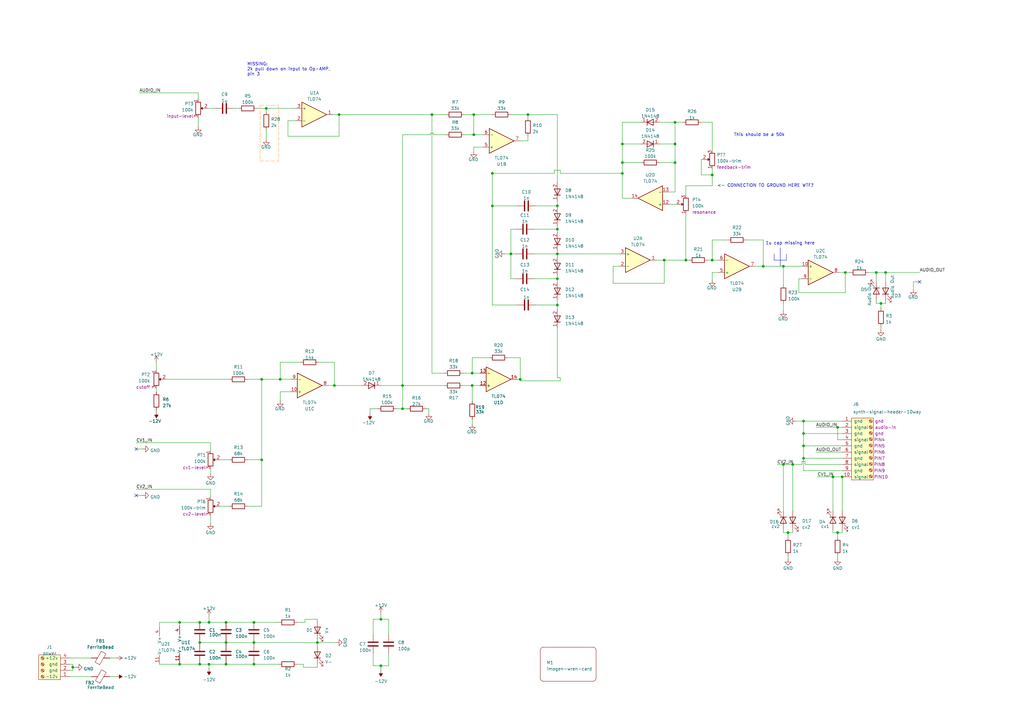
<source format=kicad_sch>
(kicad_sch (version 20250114) (generator "eeschema") (generator_version "9.0")
  (paper "A3")
  (rectangle (start 106.68 43.18) (end 114.3 66.04) (stroke (width 0) (type dash) (color 255 157 43 1)))
  (text "This should be a 50k" (at 311.404 55.372 0) (effects (font (size 1.27 1.27))))
  (text "<- CONNECTION TO GROUND HERE WTF?" (at 313.944 76.2 0) (effects (font (size 1.27 1.27))))
  (text "1u cap missing here" (at 324.104 99.822 0) (effects (font (size 1.27 1.27))))
  (text "MISSING:\n2k pull down on input to Op-AMP,\npin 3" (at 101.346 28.448 0) (effects (font (size 1.27 1.27)) (justify left)))
  (junction (at 329.565 172.72))
  (junction (at 329.565 182.88))
  (junction (at 139.065 46.99))
  (junction (at 177.165 46.99))
  (junction (at 325.12 190.5))
  (junction (at 156.21 273.05))
  (junction (at 73.66 255.27))
  (junction (at 341.63 195.58))
  (junction (at 272.415 106.68))
  (junction (at 281.305 106.68))
  (junction (at 104.14 263.525))
  (junction (at 193.675 153.035))
  (junction (at 346.71 111.76))
  (junction (at 156.21 254))
  (junction (at 228.6 114.3))
  (junction (at 85.725 255.27))
  (junction (at 81.915 272.415))
  (junction (at 363.22 111.76))
  (junction (at 359.41 111.76))
  (junction (at 73.66 272.415))
  (junction (at 165.1 167.64))
  (junction (at 228.6 93.98))
  (junction (at 321.31 109.22))
  (junction (at 114.935 155.575))
  (junction (at 276.86 50.165))
  (junction (at 81.915 255.27))
  (junction (at 109.22 44.45))
  (junction (at 213.36 155.575))
  (junction (at 255.27 66.675))
  (junction (at 137.16 158.115))
  (junction (at 276.86 66.675))
  (junction (at 228.6 125.095))
  (junction (at 81.915 263.525))
  (junction (at 92.71 263.525))
  (junction (at 343.535 218.44))
  (junction (at 216.535 46.99))
  (junction (at 292.1 106.68))
  (junction (at 209.55 104.14))
  (junction (at 29.845 273.685))
  (junction (at 292.1 71.755))
  (junction (at 194.31 55.245))
  (junction (at 228.6 104.14))
  (junction (at 323.215 218.44))
  (junction (at 107.315 188.595))
  (junction (at 194.31 46.99))
  (junction (at 201.93 71.12))
  (junction (at 92.71 255.27))
  (junction (at 329.565 177.8))
  (junction (at 92.71 272.415))
  (junction (at 255.27 71.12))
  (junction (at 107.315 155.575))
  (junction (at 255.27 59.055))
  (junction (at 104.14 272.415))
  (junction (at 201.93 84.455))
  (junction (at 193.675 158.115))
  (junction (at 104.14 255.27))
  (junction (at 345.44 195.58))
  (junction (at 165.1 158.115))
  (junction (at 130.175 263.525))
  (junction (at 85.725 272.415))
  (junction (at 228.6 84.455))
  (junction (at 329.565 187.96))
  (junction (at 343.535 175.26))
  (junction (at 321.31 190.5))
  (junction (at 276.86 59.055))
  (junction (at 313.055 109.22))
  (junction (at 361.315 124.46))
  (no_connect (at 55.88 203.2))
  (no_connect (at 55.88 184.15))
  (no_connect (at 377.19 115.57))
  (wire (pts (xy 363.22 111.76) (xy 377.19 111.76)))
  (wire (pts (xy 130.175 262.255) (xy 130.175 263.525)))
  (wire (pts (xy 255.27 71.12) (xy 229.87 71.12)))
  (wire (pts (xy 212.09 155.575) (xy 213.36 155.575)))
  (wire (pts (xy 81.915 271.78) (xy 81.915 272.415)))
  (wire (pts (xy 194.31 46.99) (xy 194.31 55.245)))
  (wire (pts (xy 105.41 44.45) (xy 109.22 44.45)))
  (wire (pts (xy 219.075 104.14) (xy 228.6 104.14)))
  (wire (pts (xy 165.1 158.115) (xy 182.245 158.115)))
  (wire (pts (xy 81.915 272.415) (xy 85.725 272.415)))
  (wire (pts (xy 334.645 185.42) (xy 345.44 185.42)))
  (wire (pts (xy 228.6 82.55) (xy 228.6 84.455)))
  (wire (pts (xy 137.16 148.59) (xy 130.81 148.59)))
  (wire (pts (xy 104.14 255.27) (xy 114.3 255.27)))
  (wire (pts (xy 228.6 114.3) (xy 228.6 115.57)))
  (wire (pts (xy 363.22 111.76) (xy 363.22 115.57)))
  (wire (pts (xy 228.6 104.14) (xy 228.6 102.87)))
  (wire (pts (xy 86.36 200.66) (xy 55.88 200.66)))
  (wire (pts (xy 92.71 264.16) (xy 92.71 263.525)))
  (wire (pts (xy 329.565 172.72) (xy 345.44 172.72)))
  (wire (pts (xy 90.17 207.645) (xy 93.98 207.645)))
  (wire (pts (xy 109.22 53.34) (xy 109.22 57.15)))
  (wire (pts (xy 81.915 263.525) (xy 92.71 263.525)))
  (wire (pts (xy 343.535 218.44) (xy 345.44 218.44)))
  (wire (pts (xy 81.915 264.16) (xy 81.915 263.525)))
  (wire (pts (xy 335.28 195.58) (xy 341.63 195.58)))
  (wire (pts (xy 118.11 49.53) (xy 118.11 55.88)))
  (wire (pts (xy 165.1 158.115) (xy 165.1 167.64)))
  (wire (pts (xy 359.41 111.76) (xy 363.22 111.76)))
  (wire (pts (xy 343.535 175.26) (xy 345.44 175.26)))
  (wire (pts (xy 294.64 106.68) (xy 292.1 106.68)))
  (wire (pts (xy 313.055 109.22) (xy 309.88 109.22)))
  (wire (pts (xy 104.14 272.415) (xy 114.3 272.415)))
  (wire (pts (xy 28.575 272.415) (xy 29.845 272.415)))
  (wire (pts (xy 276.86 78.74) (xy 276.86 66.675)))
  (wire (pts (xy 175.895 167.64) (xy 175.895 169.545)))
  (wire (pts (xy 227.33 71.12) (xy 227.33 69.85)))
  (wire (pts (xy 88.265 44.45) (xy 85.09 44.45)))
  (wire (pts (xy 28.575 277.495) (xy 37.465 277.495)))
  (wire (pts (xy 213.36 146.685) (xy 208.28 146.685)))
  (wire (pts (xy 165.1 55.245) (xy 176.53 55.245)))
  (wire (pts (xy 272.415 106.68) (xy 281.305 106.68)))
  (wire (pts (xy 254 109.22) (xy 251.46 109.22)))
  (wire (pts (xy 114.935 160.655) (xy 119.38 160.655)))
  (wire (pts (xy 92.71 255.27) (xy 104.14 255.27)))
  (wire (pts (xy 123.19 148.59) (xy 114.935 148.59)))
  (wire (pts (xy 209.55 46.99) (xy 216.535 46.99)))
  (wire (pts (xy 165.1 167.64) (xy 167.005 167.64)))
  (wire (pts (xy 359.41 124.46) (xy 361.315 124.46)))
  (wire (pts (xy 251.46 116.205) (xy 272.415 116.205)))
  (wire (pts (xy 194.31 46.99) (xy 201.93 46.99)))
  (wire (pts (xy 201.93 125.095) (xy 212.09 125.095)))
  (wire (pts (xy 177.165 153.035) (xy 182.245 153.035)))
  (wire (pts (xy 255.27 81.28) (xy 259.08 81.28)))
  (wire (pts (xy 209.55 104.14) (xy 211.455 104.14)))
  (wire (pts (xy 228.6 104.14) (xy 228.6 105.41)))
  (wire (pts (xy 281.305 106.68) (xy 282.575 106.68)))
  (wire (pts (xy 151.765 169.545) (xy 151.765 167.64)))
  (wire (pts (xy 86.36 184.785) (xy 86.36 181.61)))
  (wire (pts (xy 156.21 273.05) (xy 156.21 274.955)))
  (wire (pts (xy 86.36 192.405) (xy 86.36 194.31)))
  (wire (pts (xy 73.66 256.54) (xy 73.66 255.27)))
  (wire (pts (xy 374.65 115.57) (xy 374.65 118.745)))
  (wire (pts (xy 162.56 167.64) (xy 165.1 167.64)))
  (wire (pts (xy 92.71 271.78) (xy 92.71 272.415)))
  (wire (pts (xy 327.66 120.015) (xy 346.71 120.015)))
  (wire (pts (xy 85.725 252.73) (xy 85.725 255.27)))
  (wire (pts (xy 213.36 156.21) (xy 213.36 155.575)))
  (wire (pts (xy 139.065 55.88) (xy 139.065 46.99)))
  (wire (pts (xy 321.31 190.5) (xy 325.12 190.5)))
  (wire (pts (xy 334.645 175.26) (xy 343.535 175.26)))
  (wire (pts (xy 306.07 98.425) (xy 313.055 98.425)))
  (wire (pts (xy 219.71 84.455) (xy 228.6 84.455)))
  (wire (pts (xy 313.055 98.425) (xy 313.055 109.22)))
  (wire (pts (xy 276.86 50.165) (xy 280.035 50.165)))
  (wire (pts (xy 193.675 158.115) (xy 193.675 164.465)))
  (wire (pts (xy 165.1 55.245) (xy 165.1 158.115)))
  (wire (pts (xy 325.12 190.5) (xy 325.12 209.55)))
  (wire (pts (xy 345.44 193.04) (xy 329.565 193.04)))
  (wire (pts (xy 229.87 156.21) (xy 229.87 154.94)))
  (wire (pts (xy 124.46 273.685) (xy 130.175 273.685)))
  (wire (pts (xy 262.89 66.675) (xy 255.27 66.675)))
  (wire (pts (xy 85.725 272.415) (xy 85.725 274.32)))
  (wire (pts (xy 255.27 59.055) (xy 262.89 59.055)))
  (wire (pts (xy 177.8 55.245) (xy 182.88 55.245)))
  (wire (pts (xy 190.5 46.99) (xy 194.31 46.99)))
  (polyline (pts (xy 320.04 101.6) (xy 320.04 106.68)))
  (wire (pts (xy 323.215 218.44) (xy 325.12 218.44)))
  (wire (pts (xy 359.41 123.19) (xy 359.41 124.46)))
  (wire (pts (xy 216.535 55.88) (xy 216.535 57.785)))
  (wire (pts (xy 276.86 50.165) (xy 276.86 59.055)))
  (wire (pts (xy 130.175 254) (xy 130.175 254.635)))
  (wire (pts (xy 346.71 111.76) (xy 344.17 111.76)))
  (wire (pts (xy 177.8 54.61) (xy 177.8 55.245)))
  (wire (pts (xy 345.44 195.58) (xy 345.44 209.55)))
  (wire (pts (xy 137.16 158.115) (xy 137.16 148.59)))
  (wire (pts (xy 193.675 158.115) (xy 196.85 158.115)))
  (wire (pts (xy 65.405 272.415) (xy 73.66 272.415)))
  (wire (pts (xy 219.075 93.98) (xy 228.6 93.98)))
  (wire (pts (xy 328.93 114.3) (xy 327.66 114.3)))
  (wire (pts (xy 228.6 84.455) (xy 228.6 85.09)))
  (wire (pts (xy 65.405 255.27) (xy 73.66 255.27)))
  (wire (pts (xy 85.725 272.415) (xy 92.71 272.415)))
  (wire (pts (xy 255.27 59.055) (xy 255.27 66.675)))
  (wire (pts (xy 313.055 109.22) (xy 321.31 109.22)))
  (wire (pts (xy 272.415 106.68) (xy 269.24 106.68)))
  (wire (pts (xy 341.63 195.58) (xy 341.63 209.55)))
  (wire (pts (xy 343.535 229.235) (xy 343.535 227.965)))
  (wire (pts (xy 270.51 59.055) (xy 276.86 59.055)))
  (wire (pts (xy 321.31 109.22) (xy 321.31 116.84)))
  (wire (pts (xy 139.065 46.99) (xy 136.525 46.99)))
  (wire (pts (xy 294.64 111.76) (xy 292.1 111.76)))
  (wire (pts (xy 130.175 264.795) (xy 130.175 263.525)))
  (wire (pts (xy 272.415 116.205) (xy 272.415 106.68)))
  (wire (pts (xy 292.1 98.425) (xy 298.45 98.425)))
  (wire (pts (xy 323.215 218.44) (xy 323.215 220.345)))
  (wire (pts (xy 255.27 50.165) (xy 255.27 59.055)))
  (wire (pts (xy 55.88 184.15) (xy 58.42 184.15)))
  (wire (pts (xy 228.6 154.94) (xy 228.6 134.62)))
  (wire (pts (xy 29.845 273.685) (xy 31.115 273.685)))
  (wire (pts (xy 345.44 182.88) (xy 329.565 182.88)))
  (wire (pts (xy 156.21 254) (xy 159.385 254)))
  (wire (pts (xy 130.175 273.685) (xy 130.175 272.415)))
  (wire (pts (xy 318.77 190.5) (xy 321.31 190.5)))
  (wire (pts (xy 292.1 50.165) (xy 287.655 50.165)))
  (wire (pts (xy 159.385 254) (xy 159.385 260.35)))
  (wire (pts (xy 29.845 273.685) (xy 29.845 272.415)))
  (wire (pts (xy 107.315 155.575) (xy 107.315 188.595)))
  (wire (pts (xy 292.1 76.2) (xy 281.305 76.2)))
  (polyline (pts (xy 320.04 106.68) (xy 317.5 106.68)))
  (wire (pts (xy 251.46 109.22) (xy 251.46 116.205)))
  (wire (pts (xy 330.2 189.23) (xy 330.2 190.5)))
  (wire (pts (xy 55.88 203.2) (xy 58.42 203.2)))
  (wire (pts (xy 228.6 46.99) (xy 228.6 74.93)))
  (wire (pts (xy 329.565 182.88) (xy 329.565 177.8)))
  (wire (pts (xy 194.31 60.325) (xy 198.12 60.325)))
  (wire (pts (xy 276.86 66.675) (xy 270.51 66.675)))
  (wire (pts (xy 209.55 93.98) (xy 209.55 104.14)))
  (wire (pts (xy 64.135 160.655) (xy 64.135 159.385)))
  (wire (pts (xy 325.12 190.5) (xy 328.93 190.5)))
  (wire (pts (xy 361.315 135.255) (xy 361.315 133.985)))
  (wire (pts (xy 327.66 114.3) (xy 327.66 120.015)))
  (wire (pts (xy 326.39 172.72) (xy 329.565 172.72)))
  (wire (pts (xy 153.035 273.05) (xy 156.21 273.05)))
  (wire (pts (xy 73.66 272.415) (xy 81.915 272.415)))
  (wire (pts (xy 81.28 48.26) (xy 81.28 52.07)))
  (wire (pts (xy 323.215 229.235) (xy 323.215 227.965)))
  (wire (pts (xy 345.44 177.8) (xy 329.565 177.8)))
  (wire (pts (xy 356.235 111.76) (xy 359.41 111.76)))
  (polyline (pts (xy 317.5 104.14) (xy 317.5 106.68)))
  (wire (pts (xy 345.44 187.96) (xy 329.565 187.96)))
  (wire (pts (xy 292.1 61.595) (xy 292.1 50.165)))
  (wire (pts (xy 114.935 148.59) (xy 114.935 155.575)))
  (wire (pts (xy 177.165 46.99) (xy 182.88 46.99)))
  (wire (pts (xy 101.6 155.575) (xy 107.315 155.575)))
  (wire (pts (xy 125.095 255.27) (xy 121.92 255.27)))
  (wire (pts (xy 130.175 263.525) (xy 137.795 263.525)))
  (wire (pts (xy 101.6 207.645) (xy 107.315 207.645)))
  (wire (pts (xy 125.095 254) (xy 125.095 255.27)))
  (wire (pts (xy 64.135 168.91) (xy 64.135 168.275)))
  (wire (pts (xy 292.1 106.68) (xy 290.195 106.68)))
  (wire (pts (xy 213.36 146.685) (xy 213.36 155.575)))
  (wire (pts (xy 67.945 155.575) (xy 93.98 155.575)))
  (wire (pts (xy 137.16 158.115) (xy 148.59 158.115)))
  (wire (pts (xy 81.28 38.1) (xy 81.28 40.64)))
  (wire (pts (xy 228.6 125.095) (xy 228.6 127)))
  (wire (pts (xy 194.31 55.245) (xy 198.12 55.245)))
  (wire (pts (xy 104.14 262.89) (xy 104.14 263.525)))
  (wire (pts (xy 47.625 277.495) (xy 45.085 277.495)))
  (wire (pts (xy 288.29 65.405) (xy 287.655 65.405)))
  (wire (pts (xy 329.565 177.8) (xy 329.565 172.72)))
  (wire (pts (xy 81.915 262.89) (xy 81.915 263.525)))
  (wire (pts (xy 292.1 69.215) (xy 292.1 71.755)))
  (wire (pts (xy 85.725 255.27) (xy 92.71 255.27)))
  (wire (pts (xy 330.2 190.5) (xy 345.44 190.5)))
  (wire (pts (xy 193.675 153.035) (xy 196.85 153.035)))
  (wire (pts (xy 114.935 155.575) (xy 119.38 155.575)))
  (wire (pts (xy 346.71 111.76) (xy 348.615 111.76)))
  (wire (pts (xy 55.88 181.61) (xy 86.36 181.61)))
  (wire (pts (xy 281.305 76.2) (xy 281.305 80.01)))
  (wire (pts (xy 228.6 114.3) (xy 228.6 113.03)))
  (wire (pts (xy 211.455 93.98) (xy 209.55 93.98)))
  (wire (pts (xy 341.63 217.17) (xy 341.63 218.44)))
  (wire (pts (xy 28.575 274.955) (xy 29.845 274.955)))
  (wire (pts (xy 101.6 188.595) (xy 107.315 188.595)))
  (wire (pts (xy 346.71 120.015) (xy 346.71 111.76)))
  (wire (pts (xy 104.14 264.16) (xy 104.14 263.525)))
  (wire (pts (xy 189.865 158.115) (xy 193.675 158.115)))
  (wire (pts (xy 153.035 254) (xy 156.21 254)))
  (wire (pts (xy 207.01 104.14) (xy 209.55 104.14)))
  (wire (pts (xy 73.66 271.78) (xy 73.66 272.415)))
  (wire (pts (xy 194.31 62.23) (xy 194.31 60.325)))
  (wire (pts (xy 125.095 254) (xy 130.175 254)))
  (polyline (pts (xy 320.04 106.68) (xy 320.04 109.22)))
  (wire (pts (xy 292.1 111.76) (xy 292.1 114.935)))
  (wire (pts (xy 274.32 78.74) (xy 276.86 78.74)))
  (wire (pts (xy 329.565 193.04) (xy 329.565 187.96)))
  (wire (pts (xy 201.93 71.12) (xy 227.33 71.12)))
  (wire (pts (xy 134.62 158.115) (xy 137.16 158.115)))
  (polyline (pts (xy 320.04 106.68) (xy 322.58 106.68)))
  (wire (pts (xy 229.87 154.94) (xy 228.6 154.94)))
  (wire (pts (xy 86.36 211.455) (xy 86.36 214.63)))
  (wire (pts (xy 276.86 59.055) (xy 276.86 66.675)))
  (wire (pts (xy 328.93 190.5) (xy 328.93 189.23)))
  (wire (pts (xy 270.51 50.165) (xy 276.86 50.165)))
  (wire (pts (xy 153.035 267.97) (xy 153.035 273.05)))
  (wire (pts (xy 292.1 106.68) (xy 292.1 98.425)))
  (wire (pts (xy 359.41 111.76) (xy 359.41 115.57)))
  (wire (pts (xy 274.32 83.82) (xy 277.495 83.82)))
  (wire (pts (xy 321.31 190.5) (xy 321.31 209.55)))
  (wire (pts (xy 255.27 71.12) (xy 255.27 81.28)))
  (wire (pts (xy 228.6 93.98) (xy 228.6 95.25)))
  (wire (pts (xy 227.33 69.85) (xy 229.87 69.85)))
  (wire (pts (xy 321.31 218.44) (xy 323.215 218.44)))
  (wire (pts (xy 229.87 71.12) (xy 229.87 69.85)))
  (wire (pts (xy 321.31 109.22) (xy 328.93 109.22)))
  (wire (pts (xy 209.55 114.3) (xy 209.55 104.14)))
  (wire (pts (xy 287.655 65.405) (xy 287.655 71.755)))
  (wire (pts (xy 109.22 44.45) (xy 109.22 45.72)))
  (wire (pts (xy 177.165 46.99) (xy 177.165 153.035)))
  (wire (pts (xy 287.655 71.755) (xy 292.1 71.755)))
  (wire (pts (xy 73.66 255.27) (xy 81.915 255.27)))
  (wire (pts (xy 176.53 55.245) (xy 176.53 54.61)))
  (wire (pts (xy 92.71 263.525) (xy 92.71 262.89)))
  (wire (pts (xy 109.22 44.45) (xy 121.285 44.45)))
  (wire (pts (xy 139.065 46.99) (xy 177.165 46.99)))
  (wire (pts (xy 193.675 172.085) (xy 193.675 173.99)))
  (wire (pts (xy 374.65 115.57) (xy 377.19 115.57)))
  (wire (pts (xy 212.09 84.455) (xy 201.93 84.455)))
  (wire (pts (xy 124.46 272.415) (xy 124.46 273.685)))
  (wire (pts (xy 29.845 274.955) (xy 29.845 273.685)))
  (wire (pts (xy 216.535 57.785) (xy 213.36 57.785)))
  (wire (pts (xy 92.71 272.415) (xy 104.14 272.415)))
  (wire (pts (xy 201.93 84.455) (xy 201.93 125.095)))
  (wire (pts (xy 325.12 217.17) (xy 325.12 218.44)))
  (wire (pts (xy 159.385 273.05) (xy 159.385 267.97)))
  (wire (pts (xy 107.315 155.575) (xy 114.935 155.575)))
  (wire (pts (xy 228.6 125.095) (xy 228.6 123.19)))
  (wire (pts (xy 281.305 87.63) (xy 281.305 106.68)))
  (wire (pts (xy 151.765 167.64) (xy 154.94 167.64)))
  (wire (pts (xy 156.21 158.115) (xy 165.1 158.115)))
  (wire (pts (xy 321.31 124.46) (xy 321.31 127.635)))
  (wire (pts (xy 216.535 46.99) (xy 228.6 46.99)))
  (wire (pts (xy 321.31 217.17) (xy 321.31 218.44)))
  (wire (pts (xy 175.895 167.64) (xy 174.625 167.64)))
  (wire (pts (xy 130.175 263.525) (xy 104.14 263.525)))
  (wire (pts (xy 329.565 187.96) (xy 329.565 182.88)))
  (wire (pts (xy 345.44 217.17) (xy 345.44 218.44)))
  (wire (pts (xy 341.63 195.58) (xy 345.44 195.58)))
  (wire (pts (xy 363.22 123.19) (xy 363.22 124.46)))
  (wire (pts (xy 114.935 160.655) (xy 114.935 164.465)))
  (wire (pts (xy 262.89 50.165) (xy 255.27 50.165)))
  (wire (pts (xy 153.035 254) (xy 153.035 260.35)))
  (wire (pts (xy 107.315 207.645) (xy 107.315 188.595)))
  (wire (pts (xy 176.53 54.61) (xy 177.8 54.61)))
  (wire (pts (xy 343.535 175.26) (xy 343.535 180.34)))
  (wire (pts (xy 189.865 153.035) (xy 193.675 153.035)))
  (wire (pts (xy 65.405 255.27) (xy 65.405 257.175)))
  (wire (pts (xy 90.17 188.595) (xy 93.98 188.595)))
  (wire (pts (xy 328.93 189.23) (xy 330.2 189.23)))
  (wire (pts (xy 219.075 114.3) (xy 228.6 114.3)))
  (wire (pts (xy 104.14 263.525) (xy 92.71 263.525)))
  (wire (pts (xy 28.575 269.875) (xy 37.465 269.875)))
  (wire (pts (xy 343.535 180.34) (xy 345.44 180.34)))
  (wire (pts (xy 97.79 44.45) (xy 95.885 44.45)))
  (wire (pts (xy 190.5 55.245) (xy 194.31 55.245)))
  (wire (pts (xy 86.36 203.835) (xy 86.36 200.66)))
  (wire (pts (xy 201.93 70.485) (xy 201.93 71.12)))
  (wire (pts (xy 219.71 125.095) (xy 228.6 125.095)))
  (wire (pts (xy 104.14 271.78) (xy 104.14 272.415)))
  (wire (pts (xy 81.915 255.27) (xy 85.725 255.27)))
  (wire (pts (xy 228.6 93.98) (xy 228.6 92.71)))
  (wire (pts (xy 118.11 55.88) (xy 139.065 55.88)))
  (wire (pts (xy 121.285 49.53) (xy 118.11 49.53)))
  (wire (pts (xy 193.675 146.685) (xy 193.675 153.035)))
  (wire (pts (xy 57.15 38.1) (xy 81.28 38.1)))
  (wire (pts (xy 361.315 124.46) (xy 361.315 126.365)))
  (wire (pts (xy 361.315 124.46) (xy 363.22 124.46)))
  (wire (pts (xy 47.625 269.875) (xy 45.085 269.875)))
  (wire (pts (xy 156.21 273.05) (xy 159.385 273.05)))
  (wire (pts (xy 341.63 218.44) (xy 343.535 218.44)))
  (wire (pts (xy 201.93 71.12) (xy 201.93 84.455)))
  (wire (pts (xy 211.455 114.3) (xy 209.55 114.3)))
  (wire (pts (xy 64.135 148.59) (xy 64.135 151.765)))
  (wire (pts (xy 213.36 156.21) (xy 229.87 156.21)))
  (wire (pts (xy 156.21 251.46) (xy 156.21 254)))
  (wire (pts (xy 200.66 146.685) (xy 193.675 146.685)))
  (polyline (pts (xy 322.58 104.14) (xy 322.58 106.68)))
  (wire (pts (xy 292.1 71.755) (xy 292.1 76.2)))
  (wire (pts (xy 343.535 218.44) (xy 343.535 220.345)))
  (wire (pts (xy 228.6 104.14) (xy 254 104.14)))
  (wire (pts (xy 255.27 66.675) (xy 255.27 71.12)))
  (wire (pts (xy 216.535 46.99) (xy 216.535 48.26)))
  (wire (pts (xy 121.92 272.415) (xy 124.46 272.415)))
  (label "AUDIO_OUT" (at 334.645 185.42 0))
  (label "AUDIO_OUT" (at 377.19 111.76 0))
  (label "CV2_IN" (at 318.77 190.5 0))
  (label "AUDIO_IN" (at 57.15 38.1 0))
  (label "CV1_IN" (at 335.28 195.58 0))
  (label "AUDIO_IN" (at 334.645 175.26 0))
  (label "CV1_IN" (at 55.88 181.61 0))
  (label "CV2_IN" (at 55.88 200.66 0))
  (symbol (lib_id "000_Resistors_Immo:1k") (at 283.845 50.165 0) (unit 1)
    (property "Reference" "R26" (at 283.845 45.72 0))
    (property "Value" "1k" (at 283.845 48.26 0))
    (property "Footprint" "Resistor_SMD:R_0805_2012Metric_Pad1.20x1.40mm_HandSolder" (effects (hide yes)))
    (property "JLCpart" "C218388" (effects (hide yes)))
    (property "Cost" "0.0082" (effects (hide yes)))
  )
  (symbol (lib_id "000_Resistors_Immo:100k") (at 101.6 44.45 0) (unit 1)
    (property "Reference" "R5" (at 101.6 39.37 0))
    (property "Value" "100k" (at 101.6 41.91 0))
    (property "Footprint" "Resistor_SMD:R_0805_2012Metric_Pad1.20x1.40mm_HandSolder" (effects (hide yes)))
    (property "JLCpart" "C280020" (effects (hide yes)))
    (property "Cost" "0.0027" (effects (hide yes)))
  )
  (symbol (lib_id "000_inductors_immo:FerriteBead") (at 41.275 277.495 270) (unit 1)
    (property "Reference" "FB2" (at 36.83 280.035 90))
    (property "Value" "FerriteBead" (at 41.275 281.94 90))
    (property "Footprint" "Inductor_SMD:L_0805_2012Metric_Pad1.05x1.20mm_HandSolder" (effects (hide yes)))
    (property "JLCpart" "C845115" (effects (hide yes)))
    (property "Cost" "0.558" (effects (hide yes)))
  )
  (symbol (lib_id "000_Resistors_Immo:100k") (at 321.31 120.65 90) (unit 1)
    (property "Reference" "R23" (at 323.215 120.015 90) (effects (justify right)))
    (property "Value" "100k" (at 323.215 122.555 90) (effects (justify right)))
    (property "Footprint" "Resistor_SMD:R_0805_2012Metric_Pad1.20x1.40mm_HandSolder" (effects (hide yes)))
    (property "JLCpart" "C280020" (effects (hide yes)))
    (property "Cost" "0.0027" (effects (hide yes)))
  )
  (symbol (lib_id "power:GND") (at 81.28 52.07 0) (unit 1)
    (property "Reference" "#PWR012" (effects (hide yes)))
    (property "Value" "GND" (at 83.185 55.245 0) (effects (justify right)))
  )
  (symbol (lib_id "000_Capacitor_Film_Immo:100n") (at 159.385 264.16 180) (unit 1)
    (property "Reference" "C8" (at 163.195 263.525 0) (effects (justify right)))
    (property "Value" "100p" (at 163.195 266.065 0) (effects (justify right)))
    (property "Footprint" "000_Capacitors_Immo:C_0805_2012_HandSolder_kawaii" (effects (hide yes)))
    (property "JLCpart" "C779975" (effects (hide yes)))
    (property "Cost" "0.02" (effects (hide yes)))
  )
  (symbol (lib_id "000_Resistors_Immo:Resistor_0805") (at 127 148.59 0) (unit 1)
    (property "Reference" "R12" (at 127 144.145 0))
    (property "Value" "14k" (at 127 146.685 0))
    (property "Footprint" "Resistor_SMD:R_0805_2012Metric_Pad1.20x1.40mm_HandSolder" (effects (hide yes)))
  )
  (symbol (lib_id "000_Resistors_Immo:Alpha Pot") (at 64.135 155.575 0) (unit 1)
    (property "Reference" "PT2" (at 61.595 153.67 0) (effects (justify right)))
    (property "Value" "100k" (at 61.595 156.21 0) (effects (justify right)))
    (property "Footprint" "000_Resistors_Immo:Potentiometer_Alpha-reversable" (effects (hide yes)))
    (property "NAME" "cutoff" (at 61.595 158.75 0) (effects (justify right)))
  )
  (symbol (lib_id "power:GND") (at 175.895 169.545 0) (unit 1)
    (property "Reference" "#PWR021" (effects (hide yes)))
    (property "Value" "GND" (at 177.8 172.72 0) (effects (justify right)))
  )
  (symbol (lib_id "000_Resistors_Immo:Resistor_0805") (at 204.47 146.685 0) (unit 1)
    (property "Reference" "R20" (at 204.47 141.605 0))
    (property "Value" "33k" (at 204.47 144.145 0))
    (property "Footprint" "Resistor_SMD:R_0805_2012Metric_Pad1.20x1.40mm_HandSolder" (effects (hide yes)))
  )
  (symbol (lib_id "000_Capacitor_Film_Immo:cap_film_0805") (at 92.075 44.45 90) (unit 1)
    (property "Reference" "C9" (at 92.075 38.735 90))
    (property "Value" "1u" (at 92.075 41.275 90))
    (property "Footprint" "Capacitor_SMD:C_0805_2012Metric_Pad1.18x1.45mm_HandSolder" (effects (hide yes)))
  )
  (symbol (lib_id "power:GND") (at 58.42 184.15 90) (unit 1)
    (property "Reference" "#PWR027" (effects (hide yes)))
    (property "Value" "GND" (at 61.595 184.785 90) (effects (justify right)))
  )
  (symbol (lib_id "000-op-amp-immo:TL074") (at 204.47 155.575 0) (mirror x) (unit 4)
    (property "Reference" "U1" (at 204.47 165.1 0))
    (property "Value" "TL074" (at 204.47 162.56 0))
    (property "Footprint" "Package_SO:SOIC-14_3.9x8.7mm_P1.27mm" (effects (hide yes)))
    (property "Datasheet" "http://www.ti.com/lit/ds/symlink/tl071.pdf" (effects (hide yes)))
    (property "RSpart" "661-0076" (effects (hide yes)))
    (property "supplier" "https://uk.rs-online.com/web/p/op-amps/6610076?gb=s" (effects (hide yes)))
    (property "cost" "£0.426" (effects (hide yes)))
  )
  (symbol (lib_id "000_Capacitor_Film_Immo:100n") (at 92.71 267.97 0) (unit 1)
    (property "Reference" "C4" (at 96.52 267.335 0) (effects (justify left)))
    (property "Value" "100n" (at 96.52 269.24 0) (effects (justify left)))
    (property "Footprint" "000_Capacitors_Immo:C_0805_2012_HandSolder_kawaii" (effects (hide yes)))
    (property "JLCpart" "C779975" (effects (hide yes)))
    (property "Cost" "0.02" (effects (hide yes)))
  )
  (symbol (lib_id "power:GND") (at 137.795 263.525 90) (unit 1)
    (property "Reference" "#PWR07" (effects (hide yes)))
    (property "Value" "GND" (at 141.605 263.525 0))
  )
  (symbol (lib_id "power:-12V") (at 151.765 169.545 180) (unit 1)
    (property "Reference" "#PWR020" (effects (hide yes)))
    (property "Value" "-12V" (at 151.13 173.355 0))
  )
  (symbol (lib_id "000_Capacitor_Film_Immo:100n") (at 81.915 267.97 0) (unit 1)
    (property "Reference" "C2" (at 85.725 267.335 0) (effects (justify left)))
    (property "Value" "100n" (at 85.725 269.875 0) (effects (justify left)))
    (property "Footprint" "000_Capacitors_Immo:C_0805_2012_HandSolder_kawaii" (effects (hide yes)))
    (property "JLCpart" "C779975" (effects (hide yes)))
    (property "Cost" "0.02" (effects (hide yes)))
  )
  (symbol (lib_id "power:GND") (at 194.31 62.23 0) (unit 1)
    (property "Reference" "#PWR017" (effects (hide yes)))
    (property "Value" "GND" (at 196.215 65.405 0) (effects (justify right)))
  )
  (symbol (lib_id "000_Diodes_Immo:LED_0805_kawaii") (at 321.31 213.36 270) (unit 1)
    (property "Reference" "D16" (at 315.595 213.995 90) (effects (justify left)))
    (property "Value" "cv2" (at 318.135 215.9 90))
    (property "Footprint" "000_Diodes_Immo:LED_0805_2012_Kawaii" (effects (hide yes)))
    (property "JLCpart" "C84259" (effects (hide yes)))
    (property "Cost" "0.0227" (effects (hide yes)))
  )
  (symbol (lib_id "000_Diodes_Immo:1N4148_SMD_minimelf") (at 152.4 158.115 180) (unit 1)
    (property "Reference" "D7" (at 152.4 153.035 0))
    (property "Value" "1N4148" (at 152.4 155.575 0))
    (property "Footprint" "000_Diodes_Immo:D_MiniMELF_kawaii" (effects (hide yes)))
    (property "Datasheet" "https://assets.nexperia.com/documents/data-sheet/1N4148_1N4448.pdf" (effects (hide yes)))
    (property "RSpart" "443-3690" (effects (hide yes)))
    (property "supplier" "https://uk.rs-online.com/web/p/switching-diodes/4433690?gb=b" (effects (hide yes)))
    (property "cost" "0.058" (effects (hide yes)))
  )
  (symbol (lib_id "power:-12V") (at 85.725 274.32 180) (unit 1)
    (property "Reference" "#PWR06" (effects (hide yes)))
    (property "Value" "-12V" (at 85.725 278.765 0))
  )
  (symbol (lib_id "000_Diodes_Immo:1N4148_SMD_minimelf") (at 266.7 59.055 180) (unit 1)
    (property "Reference" "D14" (at 266.7 53.34 0))
    (property "Value" "1N4148" (at 266.7 55.88 0))
    (property "Footprint" "000_Diodes_Immo:D_MiniMELF_kawaii" (effects (hide yes)))
    (property "Datasheet" "https://assets.nexperia.com/documents/data-sheet/1N4148_1N4448.pdf" (effects (hide yes)))
    (property "RSpart" "443-3690" (effects (hide yes)))
    (property "supplier" "https://uk.rs-online.com/web/p/switching-diodes/4433690?gb=b" (effects (hide yes)))
    (property "cost" "0.058" (effects (hide yes)))
  )
  (symbol (lib_id "Amplifier_Operational:TL074") (at 67.945 264.795 0) (unit 5)
    (property "Reference" "U2" (at 66.04 264.16 0) (effects (justify left)))
    (property "Value" "TL074" (at 66.04 266.7 0) (effects (justify left)))
    (property "Footprint" "000_ICs_Immo:SOIC-14_3.9x8.7mm_P1.27mm" (effects (hide yes)))
    (property "Datasheet" "http://www.ti.com/lit/ds/symlink/tl071.pdf" (effects (hide yes)))
  )
  (symbol (lib_id "000_Resistors_Immo:100k") (at 158.75 167.64 0) (unit 1)
    (property "Reference" "R15" (at 158.75 162.56 0))
    (property "Value" "100k" (at 158.75 165.1 0))
    (property "Footprint" "Resistor_SMD:R_0805_2012Metric_Pad1.20x1.40mm_HandSolder" (effects (hide yes)))
    (property "JLCpart" "C280020" (effects (hide yes)))
    (property "Cost" "0.0027" (effects (hide yes)))
  )
  (symbol (lib_id "000_Capacitor_Film_Immo:100n") (at 153.035 264.16 0) (unit 1)
    (property "Reference" "C7" (at 147.32 264.16 0) (effects (justify left)))
    (property "Value" "100n" (at 147.32 266.7 0) (effects (justify left)))
    (property "Footprint" "000_Capacitors_Immo:C_0805_2012_HandSolder_kawaii" (effects (hide yes)))
    (property "JLCpart" "C779975" (effects (hide yes)))
    (property "Cost" "0.02" (effects (hide yes)))
  )
  (symbol (lib_id "000_Capacitor_Film_Immo:100n") (at 104.14 267.97 0) (unit 1)
    (property "Reference" "C6" (at 107.95 267.335 0) (effects (justify left)))
    (property "Value" "100n" (at 107.95 269.875 0) (effects (justify left)))
    (property "Footprint" "000_Capacitors_Immo:C_0805_2012_HandSolder_kawaii" (effects (hide yes)))
    (property "JLCpart" "C779975" (effects (hide yes)))
    (property "Cost" "0.02" (effects (hide yes)))
  )
  (symbol (lib_id "Amplifier_Operational:TL074") (at 336.55 111.76 0) (unit 3)
    (property "Reference" "U2" (at 336.55 102.87 0))
    (property "Value" "TL074" (at 336.55 105.41 0))
    (property "Footprint" "000_ICs_Immo:SOIC-14_3.9x8.7mm_P1.27mm" (effects (hide yes)))
    (property "Datasheet" "http://www.ti.com/lit/ds/symlink/tl071.pdf" (effects (hide yes)))
  )
  (symbol (lib_id "power:GND") (at 207.01 104.14 270) (unit 1)
    (property "Reference" "#PWR01" (effects (hide yes)))
    (property "Value" "GND" (at 203.835 106.045 0) (effects (justify right)))
  )
  (symbol (lib_id "000_Diodes_Immo:LED_0805_kawaii") (at 359.41 119.38 270) (unit 1)
    (property "Reference" "D5" (at 353.06 118.745 90) (effects (justify left)))
    (property "Value" "Audio Out" (at 356.616 120.65 0))
    (property "Footprint" "000_Diodes_Immo:LED_0805_2012_Kawaii" (effects (hide yes)))
    (property "JLCpart" "C84259" (effects (hide yes)))
    (property "Cost" "0.0227" (effects (hide yes)))
  )
  (symbol (lib_id "power:+12V") (at 64.135 148.59 0) (unit 1)
    (property "Reference" "#PWR015" (effects (hide yes)))
    (property "Value" "+12V" (at 64.135 145.415 0))
  )
  (symbol (lib_id "000_Resistors_Immo:Resistor_0805") (at 186.055 158.115 0) (mirror x) (unit 1)
    (property "Reference" "R17" (at 186.055 163.195 0))
    (property "Value" "33k" (at 186.055 160.655 0))
    (property "Footprint" "Resistor_SMD:R_0805_2012Metric_Pad1.20x1.40mm_HandSolder" (effects (hide yes)))
  )
  (symbol (lib_id "000_Diodes_Immo:1N4148_SMD_minimelf") (at 228.6 109.22 90) (unit 1)
    (property "Reference" "D11" (at 231.775 108.585 90) (effects (justify right)))
    (property "Value" "1N4148" (at 231.775 111.125 90) (effects (justify right)))
    (property "Footprint" "000_Diodes_Immo:D_MiniMELF_kawaii" (effects (hide yes)))
    (property "Datasheet" "https://assets.nexperia.com/documents/data-sheet/1N4148_1N4448.pdf" (effects (hide yes)))
    (property "RSpart" "443-3690" (effects (hide yes)))
    (property "supplier" "https://uk.rs-online.com/web/p/switching-diodes/4433690?gb=b" (effects (hide yes)))
    (property "cost" "0.058" (effects (hide yes)))
  )
  (symbol (lib_id "000_Resistors_Immo:Resistor_0805") (at 186.69 46.99 0) (unit 1)
    (property "Reference" "R7" (at 186.69 41.91 0))
    (property "Value" "33k" (at 186.69 44.45 0))
    (property "Footprint" "Resistor_SMD:R_0805_2012Metric_Pad1.20x1.40mm_HandSolder" (effects (hide yes)))
  )
  (symbol (lib_id "000_Resistors_Immo:1k") (at 323.215 224.155 90) (unit 1)
    (property "Reference" "R27" (at 325.12 223.52 90) (effects (justify right)))
    (property "Value" "1k" (at 325.12 226.06 90) (effects (justify right)))
    (property "Footprint" "Resistor_SMD:R_0805_2012Metric_Pad1.20x1.40mm_HandSolder" (effects (hide yes)))
    (property "JLCpart" "C218388" (effects (hide yes)))
    (property "Cost" "0.0082" (effects (hide yes)))
  )
  (symbol (lib_id "000_Resistors_Immo:1k") (at 361.315 130.175 90) (unit 1)
    (property "Reference" "R3" (at 363.22 129.54 90) (effects (justify right)))
    (property "Value" "1k" (at 363.22 132.08 90) (effects (justify right)))
    (property "Footprint" "Resistor_SMD:R_0805_2012Metric_Pad1.20x1.40mm_HandSolder" (effects (hide yes)))
    (property "JLCpart" "C218388" (effects (hide yes)))
    (property "Cost" "0.0082" (effects (hide yes)))
  )
  (symbol (lib_id "power:GND") (at 361.315 135.255 0) (unit 1)
    (property "Reference" "#PWR010" (effects (hide yes)))
    (property "Value" "GND" (at 361.315 139.065 0))
  )
  (symbol (lib_id "000_Resistors_Immo:Alpha Pot") (at 281.305 83.82 180) (unit 1)
    (property "Reference" "PT4" (at 283.845 81.915 0) (effects (justify right)))
    (property "Value" "100k" (at 283.845 84.455 0) (effects (justify right)))
    (property "Footprint" "000_Resistors_Immo:Potentiometer_Alpha-reversable" (effects (hide yes)))
    (property "NAME" "resonance" (at 283.845 86.995 0) (effects (justify right)))
  )
  (symbol (lib_id "000_Diodes_Immo:LED_0805_kawaii") (at 130.175 258.445 90) (unit 1)
    (property "Reference" "D1" (at 128.27 258.445 90) (effects (justify left)))
    (property "Value" "V+" (at 133.985 258.445 0))
    (property "Footprint" "000_Diodes_Immo:LED_0805_2012_Kawaii" (effects (hide yes)))
    (property "JLCpart" "C84259" (effects (hide yes)))
    (property "Cost" "0.0227" (effects (hide yes)))
  )
  (symbol (lib_id "power:-12V") (at 64.135 168.91 180) (unit 1)
    (property "Reference" "#PWR016" (effects (hide yes)))
    (property "Value" "-12V" (at 63.5 172.72 0))
  )
  (symbol (lib_id "000_Diodes_Immo:1N4148_SMD_minimelf") (at 228.6 78.74 90) (unit 1)
    (property "Reference" "D8" (at 231.775 78.105 90) (effects (justify right)))
    (property "Value" "1N4148" (at 231.775 80.645 90) (effects (justify right)))
    (property "Footprint" "000_Diodes_Immo:D_MiniMELF_kawaii" (effects (hide yes)))
    (property "Datasheet" "https://assets.nexperia.com/documents/data-sheet/1N4148_1N4448.pdf" (effects (hide yes)))
    (property "RSpart" "443-3690" (effects (hide yes)))
    (property "supplier" "https://uk.rs-online.com/web/p/switching-diodes/4433690?gb=b" (effects (hide yes)))
    (property "cost" "0.058" (effects (hide yes)))
  )
  (symbol (lib_id "power:+12V") (at 47.625 269.875 270) (unit 1)
    (property "Reference" "#PWR02" (effects (hide yes)))
    (property "Value" "+12V" (at 53.34 269.875 90))
  )
  (symbol (lib_id "power:GND") (at 114.935 164.465 0) (unit 1)
    (property "Reference" "#PWR018" (effects (hide yes)))
    (property "Value" "GND" (at 116.84 167.64 0) (effects (justify right)))
  )
  (symbol (lib_id "power:GND") (at 193.675 173.99 0) (unit 1)
    (property "Reference" "#PWR022" (effects (hide yes)))
    (property "Value" "GND" (at 195.58 177.165 0) (effects (justify right)))
  )
  (symbol (lib_id "000_Modules_Immo:imogen-wren-card") (at 233.045 271.78 0) (unit 1)
    (property "Reference" "M1" (at 224.155 271.78 0) (effects (justify left)))
    (property "Value" "imogen-wren-card" (at 224.155 274.32 0) (effects (justify left)))
    (property "Footprint" "000_Modules_Immo:credit-card-screws" (effects (hide yes)))
  )
  (symbol (lib_id "Amplifier_Operational:TL074") (at 302.26 109.22 0) (mirror x) (unit 2)
    (property "Reference" "U2" (at 302.26 118.745 0))
    (property "Value" "TL074" (at 302.26 116.205 0))
    (property "Footprint" "000_ICs_Immo:SOIC-14_3.9x8.7mm_P1.27mm" (effects (hide yes)))
    (property "Datasheet" "http://www.ti.com/lit/ds/symlink/tl071.pdf" (effects (hide yes)))
  )
  (symbol (lib_id "000_Resistors_Immo:100k") (at 266.7 66.675 180) (unit 1)
    (property "Reference" "R25" (at 266.7 61.595 0))
    (property "Value" "100k" (at 266.7 64.135 0))
    (property "Footprint" "Resistor_SMD:R_0805_2012Metric_Pad1.20x1.40mm_HandSolder" (effects (hide yes)))
    (property "JLCpart" "C280020" (effects (hide yes)))
    (property "Cost" "0.0027" (effects (hide yes)))
  )
  (symbol (lib_id "000_Resistors_Immo:Resistor_0805") (at 186.69 55.245 0) (unit 1)
    (property "Reference" "R8" (at 186.69 50.165 0))
    (property "Value" "33k" (at 186.69 52.705 0))
    (property "Footprint" "Resistor_SMD:R_0805_2012Metric_Pad1.20x1.40mm_HandSolder" (effects (hide yes)))
  )
  (symbol (lib_id "power:GND") (at 326.39 172.72 270) (unit 1)
    (property "Reference" "#PWR025" (effects (hide yes)))
    (property "Value" "GND" (at 323.215 174.625 0) (effects (justify right)))
  )
  (symbol (lib_id "000_Resistors_Immo:50k_trimpot_MT") (at 292.1 65.405 180) (unit 1)
    (property "Reference" "PT7" (at 294.005 63.5 0) (effects (justify right)))
    (property "Value" "100k-trim" (at 294.005 66.04 0) (effects (justify right)))
    (property "Footprint" "000_Resistors_Immo:Potentiometer_Bourns-reversable-1" (effects (hide yes)))
    (property "NAME" "feedback-trim" (at 294.005 68.58 0) (effects (justify right)))
    (property "JLCpart" "C118911" (effects (hide yes)))
    (property "cost" "0.147" (effects (hide yes)))
  )
  (symbol (lib_id "power:GND") (at 86.36 214.63 0) (unit 1)
    (property "Reference" "#PWR014" (effects (hide yes)))
    (property "Value" "GND" (at 86.36 218.44 0))
  )
  (symbol (lib_id "000_inductors_immo:FerriteBead") (at 41.275 269.875 90) (unit 1)
    (property "Reference" "FB1" (at 41.2242 262.89 90))
    (property "Value" "FerriteBead" (at 41.2242 265.43 90))
    (property "Footprint" "Inductor_SMD:L_0805_2012Metric_Pad1.05x1.20mm_HandSolder" (effects (hide yes)))
    (property "JLCpart" "C845115" (effects (hide yes)))
    (property "Cost" "0.558" (effects (hide yes)))
  )
  (symbol (lib_id "000-op-amp-immo:TL074") (at 127 158.115 0) (mirror x) (unit 3)
    (property "Reference" "U1" (at 127 167.64 0))
    (property "Value" "TL074" (at 127 165.1 0))
    (property "Footprint" "Package_SO:SOIC-14_3.9x8.7mm_P1.27mm" (effects (hide yes)))
    (property "Datasheet" "http://www.ti.com/lit/ds/symlink/tl071.pdf" (effects (hide yes)))
    (property "RSpart" "661-0076" (effects (hide yes)))
    (property "supplier" "https://uk.rs-online.com/web/p/op-amps/6610076?gb=s" (effects (hide yes)))
    (property "cost" "£0.426" (effects (hide yes)))
  )
  (symbol (lib_id "000-op-amp-immo:TL074") (at 205.74 57.785 0) (mirror x) (unit 2)
    (property "Reference" "U1" (at 205.74 67.31 0))
    (property "Value" "TL074" (at 205.74 64.77 0))
    (property "Footprint" "Package_SO:SOIC-14_3.9x8.7mm_P1.27mm" (effects (hide yes)))
    (property "Datasheet" "http://www.ti.com/lit/ds/symlink/tl071.pdf" (effects (hide yes)))
    (property "RSpart" "661-0076" (effects (hide yes)))
    (property "supplier" "https://uk.rs-online.com/web/p/op-amps/6610076?gb=s" (effects (hide yes)))
    (property "cost" "£0.426" (effects (hide yes)))
  )
  (symbol (lib_id "power:GND") (at 323.215 229.235 0) (unit 1)
    (property "Reference" "#PWR028" (effects (hide yes)))
    (property "Value" "GND" (at 323.215 233.045 0))
  )
  (symbol (lib_id "power:+12V") (at 85.725 252.73 0) (unit 1)
    (property "Reference" "#PWR05" (effects (hide yes)))
    (property "Value" "+12V" (at 85.725 249.555 0))
  )
  (symbol (lib_id "power:GND") (at 58.42 203.2 90) (unit 1)
    (property "Reference" "#PWR026" (effects (hide yes)))
    (property "Value" "GND" (at 61.595 203.835 90) (effects (justify right)))
  )
  (symbol (lib_id "000_Diodes_Immo:LED_0805_kawaii") (at 341.63 213.36 270) (unit 1)
    (property "Reference" "D4" (at 335.915 213.995 90) (effects (justify left)))
    (property "Value" "cv1" (at 338.455 215.9 90))
    (property "Footprint" "000_Diodes_Immo:LED_0805_2012_Kawaii" (effects (hide yes)))
    (property "JLCpart" "C84259" (effects (hide yes)))
    (property "Cost" "0.0227" (effects (hide yes)))
  )
  (symbol (lib_id "000_Diodes_Immo:LED_0805_kawaii") (at 363.22 119.38 90) (unit 1)
    (property "Reference" "D3" (at 369.57 121.285 90) (effects (justify left)))
    (property "Value" "Audio Out" (at 366.014 117.602 0))
    (property "Footprint" "000_Diodes_Immo:LED_0805_2012_Kawaii" (effects (hide yes)))
    (property "JLCpart" "C84259" (effects (hide yes)))
    (property "Cost" "0.0227" (effects (hide yes)))
  )
  (symbol (lib_id "power:GND") (at 292.1 114.935 0) (unit 1)
    (property "Reference" "#PWR08" (effects (hide yes)))
    (property "Value" "GND" (at 294.005 118.11 0) (effects (justify right)))
  )
  (symbol (lib_id "000_Resistors_Immo:Resistor_0805") (at 97.79 188.595 0) (unit 1)
    (property "Reference" "R13" (at 97.79 183.515 0))
    (property "Value" "68k" (at 97.79 186.055 0))
    (property "Footprint" "Resistor_SMD:R_0805_2012Metric_Pad1.20x1.40mm_HandSolder" (effects (hide yes)))
  )
  (symbol (lib_id "power:GND") (at 374.65 118.745 0) (unit 1)
    (property "Reference" "#PWR023" (effects (hide yes)))
    (property "Value" "GND" (at 376.555 121.92 0) (effects (justify right)))
  )
  (symbol (lib_id "000-screw-terminals-immo:synth-power-header") (at 23.495 274.955 180) (unit 1)
    (property "Reference" "J1" (at 20.32 265.43 0))
    (property "Value" "power" (at 20.32 267.97 0))
    (property "Footprint" "000-screw-terminals-immo:synth-power-termbox-MPT-0,5-4-2.54_1x04_P2.54mm" (effects (hide yes)))
    (property "Datasheet" "https://uk.farnell.com/wago/236-402/terminal-block-wire-to-brd-2pos/dp/1283526" (effects (hide yes)))
    (property "RSpart" "790-1102" (effects (hide yes)))
    (property "cost" "£0.934" (effects (hide yes)))
    (property "supplier" "https://uk.rs-online.com/web/p/pcb-terminal-blocks/7901102" (effects (hide yes)))
  )
  (symbol (lib_id "000_Resistors_Immo:Resistor_0805") (at 64.135 164.465 90) (unit 1)
    (property "Reference" "R6" (at 66.675 163.83 90) (effects (justify right)))
    (property "Value" "27k" (at 66.675 166.37 90) (effects (justify right)))
    (property "Footprint" "Resistor_SMD:R_0805_2012Metric_Pad1.20x1.40mm_HandSolder" (effects (hide yes)))
  )
  (symbol (lib_id "000-screw-terminals-immo:synth-signal-header-10way") (at 350.52 172.72 0) (unit 1)
    (property "Reference" "J6" (at 349.885 165.735 0) (effects (justify left)))
    (property "Value" "synth-signal-header-10way" (at 349.885 168.91 0) (effects (justify left)))
    (property "Footprint" "000-screw-terminals-immo:synth-signal-MPT-1x10_P2.54mm_Horizontal_1" (effects (hide yes)))
    (property "RSpart" "790-1124" (effects (hide yes)))
    (property "cost" "£2.638" (effects (hide yes)))
    (property "supplier" "https://uk.rs-online.com/web/p/pcb-terminal-blocks/7901124" (effects (hide yes)))
    (property "PIN1" "gnd" (at 360.68 172.72 0))
    (property "PIN2" "audio-in" (at 363.22 175.26 0))
    (property "PIN3" "gnd" (at 360.68 177.8 0))
    (property "PIN4" "PIN4" (at 360.68 180.34 0))
    (property "PIN5" "PIN5" (at 360.68 182.88 0))
    (property "PIN6" "PIN6" (at 360.68 185.42 0))
    (property "PIN7" "PIN7" (at 360.68 187.96 0))
    (property "PIN8" "PIN8" (at 360.68 190.5 0))
    (property "PIN9" "PIN9" (at 360.68 193.04 0))
    (property "PIN10" "PIN10" (at 361.315 195.58 0))
  )
  (symbol (lib_id "power:GND") (at 31.115 273.685 90) (unit 1)
    (property "Reference" "#PWR03" (effects (hide yes)))
    (property "Value" "GND" (at 34.29 274.32 90) (effects (justify right)))
  )
  (symbol (lib_id "000_Resistors_Immo:1k") (at 118.11 255.27 180) (unit 1)
    (property "Reference" "R1" (at 118.11 250.19 0))
    (property "Value" "1k" (at 118.11 252.73 0))
    (property "Footprint" "Resistor_SMD:R_0805_2012Metric_Pad1.20x1.40mm_HandSolder" (effects (hide yes)))
    (property "JLCpart" "C218388" (effects (hide yes)))
    (property "Cost" "0.0082" (effects (hide yes)))
  )
  (symbol (lib_id "000_Diodes_Immo:1N4148_SMD_minimelf") (at 228.6 130.81 90) (unit 1)
    (property "Reference" "D13" (at 231.775 130.175 90) (effects (justify right)))
    (property "Value" "1N4148" (at 231.775 132.715 90) (effects (justify right)))
    (property "Footprint" "000_Diodes_Immo:D_MiniMELF_kawaii" (effects (hide yes)))
    (property "Datasheet" "https://assets.nexperia.com/documents/data-sheet/1N4148_1N4448.pdf" (effects (hide yes)))
    (property "RSpart" "443-3690" (effects (hide yes)))
    (property "supplier" "https://uk.rs-online.com/web/p/switching-diodes/4433690?gb=b" (effects (hide yes)))
    (property "cost" "0.058" (effects (hide yes)))
  )
  (symbol (lib_id "000_Diodes_Immo:LED_0805_kawaii") (at 345.44 213.36 90) (unit 1)
    (property "Reference" "D6" (at 349.25 213.6774 90) (effects (justify right)))
    (property "Value" "cv1" (at 349.25 216.2174 90) (effects (justify right)))
    (property "Footprint" "000_Diodes_Immo:LED_0805_2012_Kawaii" (effects (hide yes)))
    (property "JLCpart" "C84259" (effects (hide yes)))
    (property "Cost" "0.0227" (effects (hide yes)))
  )
  (symbol (lib_id "000_Capacitor_Film_Immo:100n") (at 92.71 259.08 0) (unit 1)
    (property "Reference" "C3" (at 96.52 258.445 0) (effects (justify left)))
    (property "Value" "100n" (at 96.52 260.985 0) (effects (justify left)))
    (property "Footprint" "000_Capacitors_Immo:C_0805_2012_HandSolder_kawaii" (effects (hide yes)))
    (property "JLCpart" "C779975" (effects (hide yes)))
    (property "Cost" "0.02" (effects (hide yes)))
  )
  (symbol (lib_id "000-op-amp-immo:TL074") (at 76.2 264.16 0) (unit 5)
    (property "Reference" "U1" (at 74.295 263.525 0) (effects (justify left)))
    (property "Value" "TL074" (at 74.295 266.065 0) (effects (justify left)))
    (property "Footprint" "Package_SO:SOIC-14_3.9x8.7mm_P1.27mm" (effects (hide yes)))
    (property "Datasheet" "http://www.ti.com/lit/ds/symlink/tl071.pdf" (effects (hide yes)))
    (property "RSpart" "661-0076" (effects (hide yes)))
    (property "supplier" "https://uk.rs-online.com/web/p/op-amps/6610076?gb=s" (effects (hide yes)))
    (property "cost" "£0.426" (effects (hide yes)))
  )
  (symbol (lib_id "Amplifier_Operational:TL074") (at 261.62 106.68 0) (unit 1)
    (property "Reference" "U2" (at 261.62 97.79 0))
    (property "Value" "TL074" (at 261.62 100.33 0))
    (property "Footprint" "000_ICs_Immo:SOIC-14_3.9x8.7mm_P1.27mm" (effects (hide yes)))
    (property "Datasheet" "http://www.ti.com/lit/ds/symlink/tl071.pdf" (effects (hide yes)))
  )
  (symbol (lib_id "000_Resistors_Immo:Alpha Pot") (at 86.36 188.595 0) (unit 1)
    (property "Reference" "PT1" (at 84.455 186.69 0) (effects (justify right)))
    (property "Value" "100k" (at 84.455 189.23 0) (effects (justify right)))
    (property "Footprint" "000_Resistors_Immo:Potentiometer_Alpha-reversable" (effects (hide yes)))
    (property "NAME" "cv1-level" (at 84.455 191.77 0) (effects (justify right)))
  )
  (symbol (lib_id "000_Resistors_Immo:1k") (at 118.11 272.415 0) (mirror y) (unit 1)
    (property "Reference" "R2" (at 118.11 274.32 0))
    (property "Value" "1k" (at 118.11 276.86 0))
    (property "Footprint" "Resistor_SMD:R_0805_2012Metric_Pad1.20x1.40mm_HandSolder" (effects (hide yes)))
    (property "JLCpart" "C218388" (effects (hide yes)))
    (property "Cost" "0.0082" (effects (hide yes)))
  )
  (symbol (lib_id "000_Resistors_Immo:Resistor_0805") (at 205.74 46.99 0) (unit 1)
    (property "Reference" "R9" (at 205.74 41.91 0))
    (property "Value" "33k" (at 205.74 44.45 0))
    (property "Footprint" "Resistor_SMD:R_0805_2012Metric_Pad1.20x1.40mm_HandSolder" (effects (hide yes)))
  )
  (symbol (lib_id "000_Capacitor_Film_Immo:cap_film_0805") (at 215.9 125.095 90) (unit 1)
    (property "Reference" "C14" (at 215.265 118.745 90))
    (property "Value" "1n" (at 215.9 121.92 90))
    (property "Footprint" "Capacitor_SMD:C_0805_2012Metric_Pad1.18x1.45mm_HandSolder" (effects (hide yes)))
  )
  (symbol (lib_id "000_Resistors_Immo:100k") (at 97.79 155.575 0) (unit 1)
    (property "Reference" "R11" (at 97.79 150.495 0))
    (property "Value" "100k" (at 97.79 153.035 0))
    (property "Footprint" "Resistor_SMD:R_0805_2012Metric_Pad1.20x1.40mm_HandSolder" (effects (hide yes)))
    (property "JLCpart" "C280020" (effects (hide yes)))
    (property "Cost" "0.0027" (effects (hide yes)))
  )
  (symbol (lib_id "000_Resistors_Immo:50k_trimpot_MT") (at 86.36 207.645 0) (unit 1)
    (property "Reference" "PT6" (at 84.455 205.74 0) (effects (justify right)))
    (property "Value" "100k-trim" (at 84.455 208.28 0) (effects (justify right)))
    (property "Footprint" "000_Resistors_Immo:Potentiometer_Bourns-reversable-1" (effects (hide yes)))
    (property "NAME" "cv2-level" (at 84.455 210.82 0) (effects (justify right)))
    (property "JLCpart" "C118911" (effects (hide yes)))
    (property "cost" "0.147" (effects (hide yes)))
  )
  (symbol (lib_id "000_Resistors_Immo:Resistor_0805") (at 186.055 153.035 0) (unit 1)
    (property "Reference" "R18" (at 186.055 147.955 0))
    (property "Value" "33k" (at 186.055 150.495 0))
    (property "Footprint" "Resistor_SMD:R_0805_2012Metric_Pad1.20x1.40mm_HandSolder" (effects (hide yes)))
  )
  (symbol (lib_id "000_Resistors_Immo:1k") (at 286.385 106.68 0) (unit 1)
    (property "Reference" "R21" (at 286.385 102.235 0))
    (property "Value" "1k" (at 286.385 104.775 0))
    (property "Footprint" "Resistor_SMD:R_0805_2012Metric_Pad1.20x1.40mm_HandSolder" (effects (hide yes)))
    (property "JLCpart" "C218388" (effects (hide yes)))
    (property "Cost" "0.0082" (effects (hide yes)))
  )
  (symbol (lib_id "power:-12V") (at 47.625 277.495 270) (unit 1)
    (property "Reference" "#PWR04" (effects (hide yes)))
    (property "Value" "-12V" (at 53.34 277.495 90))
  )
  (symbol (lib_id "000_Capacitor_Film_Immo:100n") (at 104.14 259.08 0) (unit 1)
    (property "Reference" "C5" (at 107.95 258.445 0) (effects (justify left)))
    (property "Value" "100n" (at 107.95 260.985 0) (effects (justify left)))
    (property "Footprint" "000_Capacitors_Immo:C_0805_2012_HandSolder_kawaii" (effects (hide yes)))
    (property "JLCpart" "C779975" (effects (hide yes)))
    (property "Cost" "0.02" (effects (hide yes)))
  )
  (symbol (lib_id "000_Capacitor_Film_Immo:100n") (at 81.915 259.08 0) (unit 1)
    (property "Reference" "C1" (at 85.725 258.445 0) (effects (justify left)))
    (property "Value" "100n" (at 85.725 260.35 0) (effects (justify left)))
    (property "Footprint" "000_Capacitors_Immo:C_0805_2012_HandSolder_kawaii" (effects (hide yes)))
    (property "JLCpart" "C779975" (effects (hide yes)))
    (property "Cost" "0.02" (effects (hide yes)))
  )
  (symbol (lib_id "000_Capacitor_Film_Immo:cap_film_0805") (at 215.265 93.98 90) (unit 1)
    (property "Reference" "C11" (at 215.265 88.265 90))
    (property "Value" "1n" (at 215.265 90.805 90))
    (property "Footprint" "Capacitor_SMD:C_0805_2012Metric_Pad1.18x1.45mm_HandSolder" (effects (hide yes)))
  )
  (symbol (lib_id "000_Diodes_Immo:1N4148_SMD_minimelf") (at 228.6 88.9 90) (unit 1)
    (property "Reference" "D9" (at 231.775 88.265 90) (effects (justify right)))
    (property "Value" "1N4148" (at 231.775 90.805 90) (effects (justify right)))
    (property "Footprint" "000_Diodes_Immo:D_MiniMELF_kawaii" (effects (hide yes)))
    (property "Datasheet" "https://assets.nexperia.com/documents/data-sheet/1N4148_1N4448.pdf" (effects (hide yes)))
    (property "RSpart" "443-3690" (effects (hide yes)))
    (property "supplier" "https://uk.rs-online.com/web/p/switching-diodes/4433690?gb=b" (effects (hide yes)))
    (property "cost" "0.058" (effects (hide yes)))
  )
  (symbol (lib_id "000_Capacitor_Film_Immo:cap_film_0805") (at 215.9 84.455 90) (unit 1)
    (property "Reference" "C10" (at 215.9 78.74 90))
    (property "Value" "1n" (at 215.9 81.28 90))
    (property "Footprint" "Capacitor_SMD:C_0805_2012Metric_Pad1.18x1.45mm_HandSolder" (effects (hide yes)))
  )
  (symbol (lib_id "000_Resistors_Immo:Resistor_0805") (at 302.26 98.425 0) (unit 1)
    (property "Reference" "R22" (at 302.26 93.345 0))
    (property "Value" "33k" (at 302.26 95.885 0))
    (property "Footprint" "Resistor_SMD:R_0805_2012Metric_Pad1.20x1.40mm_HandSolder" (effects (hide yes)))
  )
  (symbol (lib_id "power:-12V") (at 156.21 274.955 180) (unit 1)
    (property "Reference" "#PWR024" (effects (hide yes)))
    (property "Value" "-12V" (at 156.21 279.4 0))
  )
  (symbol (lib_id "000_Resistors_Immo:Resistor_0805") (at 193.675 168.275 270) (mirror x) (unit 1)
    (property "Reference" "R19" (at 196.85 167.005 90))
    (property "Value" "33k" (at 196.85 168.91 90))
    (property "Footprint" "Resistor_SMD:R_0805_2012Metric_Pad1.20x1.40mm_HandSolder" (effects (hide yes)))
  )
  (symbol (lib_id "000_Resistors_Immo:Alpha Pot") (at 81.28 44.45 0) (unit 1)
    (property "Reference" "PT3" (at 79.375 42.545 0) (effects (justify right)))
    (property "Value" "100k" (at 79.375 45.085 0) (effects (justify right)))
    (property "Footprint" "000_Resistors_Immo:Potentiometer_Alpha-reversable" (effects (hide yes)))
    (property "NAME" "input-level" (at 79.375 47.625 0) (effects (justify right)))
  )
  (symbol (lib_id "000_Diodes_Immo:1N4148_SMD_minimelf") (at 228.6 99.06 90) (unit 1)
    (property "Reference" "D10" (at 231.775 98.425 90) (effects (justify right)))
    (property "Value" "1N4148" (at 231.775 100.965 90) (effects (justify right)))
    (property "Footprint" "000_Diodes_Immo:D_MiniMELF_kawaii" (effects (hide yes)))
    (property "Datasheet" "https://assets.nexperia.com/documents/data-sheet/1N4148_1N4448.pdf" (effects (hide yes)))
    (property "RSpart" "443-3690" (effects (hide yes)))
    (property "supplier" "https://uk.rs-online.com/web/p/switching-diodes/4433690?gb=b" (effects (hide yes)))
    (property "cost" "0.058" (effects (hide yes)))
  )
  (symbol (lib_id "000_Diodes_Immo:1N4148_SMD_minimelf") (at 266.7 50.165 0) (unit 1)
    (property "Reference" "D15" (at 266.7 45.085 0))
    (property "Value" "1N4148" (at 266.7 47.625 0))
    (property "Footprint" "000_Diodes_Immo:D_MiniMELF_kawaii" (effects (hide yes)))
    (property "Datasheet" "https://assets.nexperia.com/documents/data-sheet/1N4148_1N4448.pdf" (effects (hide yes)))
    (property "RSpart" "443-3690" (effects (hide yes)))
    (property "supplier" "https://uk.rs-online.com/web/p/switching-diodes/4433690?gb=b" (effects (hide yes)))
    (property "cost" "0.058" (effects (hide yes)))
  )
  (symbol (lib_id "power:+12V") (at 156.21 251.46 0) (unit 1)
    (property "Reference" "#PWR019" (effects (hide yes)))
    (property "Value" "+12V" (at 156.21 248.285 0))
  )
  (symbol (lib_id "000_Diodes_Immo:LED_0805_kawaii") (at 130.175 268.605 90) (unit 1)
    (property "Reference" "D2" (at 133.35 268.9224 90) (effects (justify right)))
    (property "Value" "V-" (at 133.35 271.4624 90) (effects (justify right)))
    (property "Footprint" "000_Diodes_Immo:LED_0805_2012_Kawaii" (effects (hide yes)))
    (property "JLCpart" "C84259" (effects (hide yes)))
    (property "Cost" "0.0227" (effects (hide yes)))
  )
  (symbol (lib_id "000-op-amp-immo:TL074") (at 128.905 46.99 0) (unit 1)
    (property "Reference" "U1" (at 128.905 38.1 0))
    (property "Value" "TL074" (at 128.905 40.64 0))
    (property "Footprint" "Package_SO:SOIC-14_3.9x8.7mm_P1.27mm" (effects (hide yes)))
    (property "Datasheet" "http://www.ti.com/lit/ds/symlink/tl071.pdf" (effects (hide yes)))
    (property "RSpart" "661-0076" (effects (hide yes)))
    (property "supplier" "https://uk.rs-online.com/web/p/op-amps/6610076?gb=s" (effects (hide yes)))
    (property "cost" "£0.426" (effects (hide yes)))
  )
  (symbol (lib_id "Amplifier_Operational:TL074") (at 266.7 81.28 180) (unit 4)
    (property "Reference" "U2" (at 266.7 71.755 0))
    (property "Value" "TL074" (at 266.7 74.295 0))
    (property "Footprint" "000_ICs_Immo:SOIC-14_3.9x8.7mm_P1.27mm" (effects (hide yes)))
    (property "Datasheet" "http://www.ti.com/lit/ds/symlink/tl071.pdf" (effects (hide yes)))
  )
  (symbol (lib_id "power:GND") (at 86.36 194.31 0) (unit 1)
    (property "Reference" "#PWR013" (effects (hide yes)))
    (property "Value" "GND" (at 86.36 198.12 0))
  )
  (symbol (lib_id "000_Resistors_Immo:Resistor_0805") (at 170.815 167.64 180) (unit 1)
    (property "Reference" "R16" (at 170.815 163.195 0))
    (property "Value" "27k" (at 170.815 165.735 0))
    (property "Footprint" "Resistor_SMD:R_0805_2012Metric_Pad1.20x1.40mm_HandSolder" (effects (hide yes)))
  )
  (symbol (lib_id "power:GND") (at 109.22 57.15 0) (unit 1)
    (property "Reference" "#PWR029" (effects (hide yes)))
    (property "Value" "GND" (at 111.125 60.325 0) (effects (justify right)))
  )
  (symbol (lib_id "power:GND") (at 343.535 229.235 0) (unit 1)
    (property "Reference" "#PWR011" (effects (hide yes)))
    (property "Value" "GND" (at 343.535 233.045 0))
  )
  (symbol (lib_id "power:GND") (at 321.31 127.635 0) (unit 1)
    (property "Reference" "#PWR09" (effects (hide yes)))
    (property "Value" "GND" (at 323.215 130.81 0) (effects (justify right)))
  )
  (symbol (lib_id "000_Diodes_Immo:LED_0805_kawaii") (at 325.12 213.36 90) (unit 1)
    (property "Reference" "D17" (at 328.93 213.6774 90) (effects (justify right)))
    (property "Value" "cv2" (at 328.93 216.2174 90) (effects (justify right)))
    (property "Footprint" "000_Diodes_Immo:LED_0805_2012_Kawaii" (effects (hide yes)))
    (property "JLCpart" "C84259" (effects (hide yes)))
    (property "Cost" "0.0227" (effects (hide yes)))
  )
  (symbol (lib_id "000_Resistors_Immo:Resistor_0805") (at 109.22 49.53 90) (unit 1)
    (property "Reference" "R28" (at 111.125 48.895 90) (effects (justify right)))
    (property "Value" "2k" (at 111.125 51.435 90) (effects (justify right)))
    (property "Footprint" "Resistor_SMD:R_0805_2012Metric_Pad1.20x1.40mm_HandSolder" (effects (hide yes)))
  )
  (symbol (lib_id "000_Resistors_Immo:1k") (at 352.425 111.76 0) (unit 1)
    (property "Reference" "R24" (at 352.425 107.315 0))
    (property "Value" "1k" (at 352.425 109.855 0))
    (property "Footprint" "Resistor_SMD:R_0805_2012Metric_Pad1.20x1.40mm_HandSolder" (effects (hide yes)))
    (property "JLCpart" "C218388" (effects (hide yes)))
    (property "Cost" "0.0082" (effects (hide yes)))
  )
  (symbol (lib_id "000_Diodes_Immo:1N4148_SMD_minimelf") (at 228.6 119.38 90) (unit 1)
    (property "Reference" "D12" (at 231.775 118.745 90) (effects (justify right)))
    (property "Value" "1N4148" (at 231.775 121.285 90) (effects (justify right)))
    (property "Footprint" "000_Diodes_Immo:D_MiniMELF_kawaii" (effects (hide yes)))
    (property "Datasheet" "https://assets.nexperia.com/documents/data-sheet/1N4148_1N4448.pdf" (effects (hide yes)))
    (property "RSpart" "443-3690" (effects (hide yes)))
    (property "supplier" "https://uk.rs-online.com/web/p/switching-diodes/4433690?gb=b" (effects (hide yes)))
    (property "cost" "0.058" (effects (hide yes)))
  )
  (symbol (lib_id "000_Capacitor_Film_Immo:cap_film_0805") (at 215.265 114.3 90) (unit 1)
    (property "Reference" "C13" (at 215.265 108.585 90))
    (property "Value" "1n" (at 215.265 111.125 90))
    (property "Footprint" "Capacitor_SMD:C_0805_2012Metric_Pad1.18x1.45mm_HandSolder" (effects (hide yes)))
  )
  (symbol (lib_id "000_Resistors_Immo:1k") (at 343.535 224.155 90) (unit 1)
    (property "Reference" "R4" (at 345.44 223.52 90) (effects (justify right)))
    (property "Value" "1k" (at 345.44 226.06 90) (effects (justify right)))
    (property "Footprint" "Resistor_SMD:R_0805_2012Metric_Pad1.20x1.40mm_HandSolder" (effects (hide yes)))
    (property "JLCpart" "C218388" (effects (hide yes)))
    (property "Cost" "0.0082" (effects (hide yes)))
  )
  (symbol (lib_id "000_Resistors_Immo:Resistor_0805") (at 216.535 52.07 90) (unit 1)
    (property "Reference" "R10" (at 218.44 51.435 90) (effects (justify right)))
    (property "Value" "2k" (at 218.44 53.975 90) (effects (justify right)))
    (property "Footprint" "Resistor_SMD:R_0805_2012Metric_Pad1.20x1.40mm_HandSolder" (effects (hide yes)))
  )
  (symbol (lib_id "000_Capacitor_Film_Immo:cap_film_0805") (at 215.265 104.14 90) (unit 1)
    (property "Reference" "C12" (at 215.265 98.425 90))
    (property "Value" "1n" (at 215.265 100.965 90))
    (property "Footprint" "Capacitor_SMD:C_0805_2012Metric_Pad1.18x1.45mm_HandSolder" (effects (hide yes)))
  )
  (symbol (lib_id "000_Resistors_Immo:Resistor_0805") (at 97.79 207.645 0) (unit 1)
    (property "Reference" "R14" (at 97.79 202.565 0))
    (property "Value" "68k" (at 97.79 205.105 0))
    (property "Footprint" "Resistor_SMD:R_0805_2012Metric_Pad1.20x1.40mm_HandSolder" (effects (hide yes)))
  )
)
</source>
